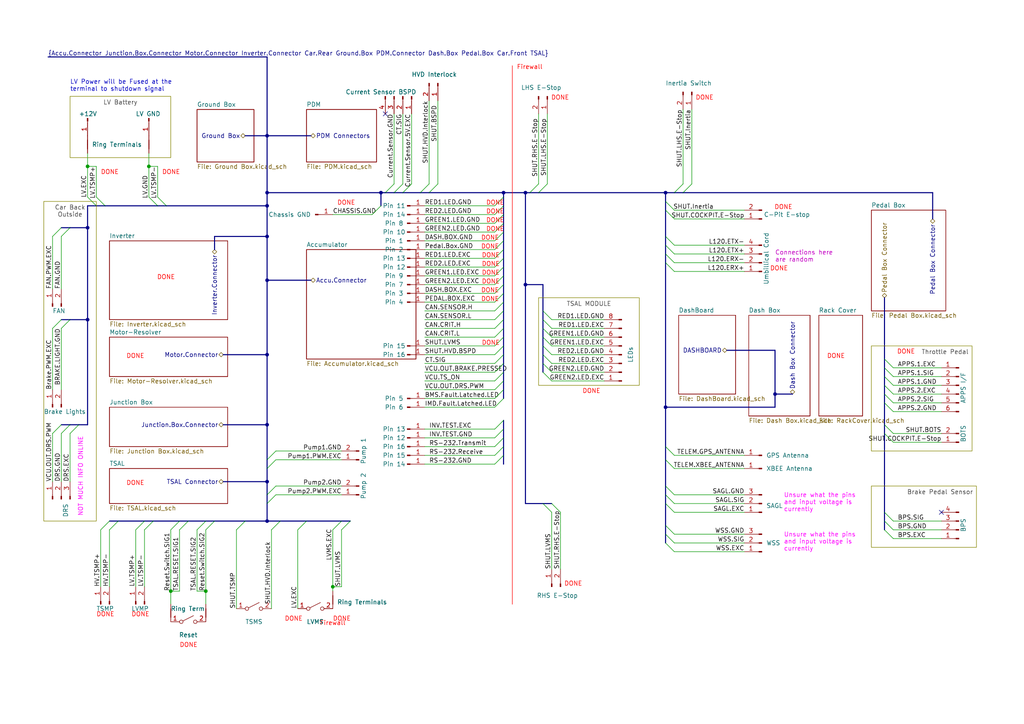
<source format=kicad_sch>
(kicad_sch (version 20230121) (generator eeschema)
  (paper "A4")
  (lib_symbols
    (symbol "Connector:Conn_01x01_Pin" (pin_names (offset 1.016) hide)
      (property "Reference" "J" (at 0 2.54 0))
      (property "Value" "Conn_01x01_Pin" (at 0 -2.54 0))
      (symbol "Conn_01x01_Pin_1_1"
        (pin passive line (at 5.08 0 180) (length 3.81) (name "Pin_1") (number "1"))
      )
    )
    (symbol "Connector:Conn_01x02_Pin" (pin_names (offset 1.016) hide)
      (property "Reference" "J" (at 0 2.54 0))
      (property "Value" "Conn_01x02_Pin" (at 0 -5.08 0))
      (symbol "Conn_01x02_Pin_1_1"
        (pin passive line (at 5.08 0 180) (length 3.81) (name "Pin_1") (number "1"))
        (pin passive line (at 5.08 -2.54 180) (length 3.81) (name "Pin_2") (number "2"))
      )
    )
    (symbol "Connector:Conn_01x03_Pin" (pin_names (offset 1.016) hide)
      (property "Reference" "J" (at 0 5.08 0))
      (property "Value" "Conn_01x03_Pin" (at 0 -5.08 0))
      (symbol "Conn_01x03_Pin_1_1"
        (pin passive line (at 5.08 2.54 180) (length 3.81) (name "Pin_1") (number "1"))
        (pin passive line (at 5.08 0 180) (length 3.81) (name "Pin_2") (number "2"))
        (pin passive line (at 5.08 -2.54 180) (length 3.81) (name "Pin_3") (number "3"))
      )
    )
    (symbol "Connector:Conn_01x04_Pin" (pin_names (offset 1.016) hide)
      (property "Reference" "J" (at 0 5.08 0))
      (property "Value" "Conn_01x04_Pin" (at 0 -7.62 0))
      (symbol "Conn_01x04_Pin_1_1"
        (pin passive line (at 5.08 2.54 180) (length 3.81) (name "Pin_1") (number "1"))
        (pin passive line (at 5.08 0 180) (length 3.81) (name "Pin_2") (number "2"))
        (pin passive line (at 5.08 -2.54 180) (length 3.81) (name "Pin_3") (number "3"))
        (pin passive line (at 5.08 -5.08 180) (length 3.81) (name "Pin_4") (number "4"))
      )
    )
    (symbol "Connector:Conn_01x06_Male" (pin_names (offset 1.016) hide)
      (property "Reference" "J" (at 0 7.62 0))
      (property "Value" "Conn_01x06_Male" (at 0 -10.16 0))
      (symbol "Conn_01x06_Male_1_1"
        (pin passive line (at 5.08 5.08 180) (length 3.81) (name "Pin_1") (number "1"))
        (pin passive line (at 5.08 2.54 180) (length 3.81) (name "Pin_2") (number "2"))
        (pin passive line (at 5.08 0 180) (length 3.81) (name "Pin_3") (number "3"))
        (pin passive line (at 5.08 -2.54 180) (length 3.81) (name "Pin_4") (number "4"))
        (pin passive line (at 5.08 -5.08 180) (length 3.81) (name "Pin_5") (number "5"))
        (pin passive line (at 5.08 -7.62 180) (length 3.81) (name "Pin_6") (number "6"))
      )
    )
    (symbol "Connector:Conn_01x08_Pin" (pin_names (offset 1.016) hide)
      (property "Reference" "J" (at 0 10.16 0))
      (property "Value" "Conn_01x08_Pin" (at 0 -12.7 0))
      (symbol "Conn_01x08_Pin_1_1"
        (pin passive line (at 5.08 7.62 180) (length 3.81) (name "Pin_1") (number "1"))
        (pin passive line (at 5.08 5.08 180) (length 3.81) (name "Pin_2") (number "2"))
        (pin passive line (at 5.08 2.54 180) (length 3.81) (name "Pin_3") (number "3"))
        (pin passive line (at 5.08 0 180) (length 3.81) (name "Pin_4") (number "4"))
        (pin passive line (at 5.08 -2.54 180) (length 3.81) (name "Pin_5") (number "5"))
        (pin passive line (at 5.08 -5.08 180) (length 3.81) (name "Pin_6") (number "6"))
        (pin passive line (at 5.08 -7.62 180) (length 3.81) (name "Pin_7") (number "7"))
        (pin passive line (at 5.08 -10.16 180) (length 3.81) (name "Pin_8") (number "8"))
      )
    )
    (symbol "Device:NetTie_2" (pin_numbers hide) (pin_names (offset 0) hide) (in_bom no)
      (property "Reference" "NT" (at 0 1.27 0))
      (property "Value" "NetTie_2" (at 0 -1.27 0))
      (symbol "NetTie_2_1_1"
        (pin passive line (at -2.54 0 0) (length 2.54) (name "1") (number "1"))
        (pin passive line (at 2.54 0 180) (length 2.54) (name "2") (number "2"))
      )
    )
    (symbol "Switch:SW_SPST" (pin_names (offset 0) hide)
      (property "Reference" "SW" (at 0 3.175 0))
      (property "Value" "SW_SPST" (at 0 -2.54 0))
      (symbol "SW_SPST_1_1"
        (pin passive line (at -5.08 0 0) (length 2.54) (name "A") (number "1"))
        (pin passive line (at 5.08 0 180) (length 2.54) (name "B") (number "2"))
      )
    )
  )
  (bus_alias "Inverter.Connector" (members "Resolver.EXC" "Resolver.Sin+" "Resolver.Sin-" "Resolver.Cos+" "Resolver.Cos-" "Resolver.GND" "Resolver.Shield.GND" "Temp.Sensor.EXC" "Temp.Sensor.GND" "Inv.Fault" "Inv.Close.Precharge" "Inv.Close.Main" "Inv.EXC" "Inv.J2.GND" "CAN.SENSOR.L" "CAN.SENSOR.H" "CAN.CRIT.L" "CAN.CRIT.H" "RS-232.Transmit" "RS-232.Receive" "RS-232.GND" "Inv.Casing.GND" "Motor.Casing.GND" "Current.Sensor.5V.EXC" "Current.Sensor.GND"))
  (bus_alias "Pedal.Box" (members "APPS.1.EXC" "APPS.1.SIG" "APPS.1.GND" "APPS.2.EXC" "APPS.2.SIG" "APPS.2.GND" "SHUT.BOTS" "SHUT.COCKPIT.E-STOP" "BPS.SIG" "BPS.EXC" "BPS.GND" "PEDAL.BOX.EXC" "PEDAL.BOX.GND" "SHUT.BSPD" "BSPD.CT.SIG"))
  (bus_alias "TSAL" (members "TSAL.RESET.SIG1" "TSAL.RESET.SIG2" "TSAL.EXC" "TSAL.GND" "LV.TSAL.EXC" "LV.TSAL.GND" "Green.LED.On.TSAL" "Red.LED.On.TSAL" "HvS.EXC" "HvS.GND" "GREEN1.LED.GND" "GREEN2.LED.GND" "GREEN1.LED.EXC" "GREEN2.LED.EXC" "RED1.LED.GND" "RED2.LED.GND" "RED1.LED.EXC" "RED2.LED.EXC"))
  (bus_alias "DashBoard" (members "DASHBOARD.EXC" "R2D.BUTTON" "DRS.BUTTON" "TS.ON.BUTTON" "DRS.LED" "TS.ON.LED" "BMS.FAULT.LATCHED.LED" "IMD.FAULT.LATCHED.LED" "VC" "R2D.LED"))
  (bus_alias "PDM.Connector" (members "LV.EXC" "LV1.GND" "LV2.GND" "FAN.PWM.EXC" "Pump1.PWM.EXC" "Pump2.PWM.EXC" "Latch.EXC" "Inv.EXC" "IMD.EXC" "DASH.BOX.EXC" "PEDAL.BOX.EXC" "LV.TSAL.EXC" "VCU.OUT.BRAKE.PRESSED" "DRS.EXC" "Brake.PWM.EXC" "Accu.Fans.EXC"))
  (bus_alias "Junction.Box.Internal" (members "Discharge.GND" "Latch.GND" "HV.HV_Sense.XLA+" "HV.HV_Sense.XLA-" "HV.Discharge.XLA+" "HV.Discharge.XLA-" "HV.Discharge.Resistor.In" "HV.TSMP+.Resistor.In" "HV.TSMP-.Resistor.In"))
  (bus_alias "Car.Front" (members "SHUT.RHS.E-Stop" "SHUT.BSPD" "SHUT.BOTS" "SHUT.C-PIT.E-Stop" "SHUT.Inertia" "SHUT.LHS.E-Stop" "Pedal.Box.EXC" "Pedal.Box.GND" "APPS.1.SIG" "APPS.2.SIG" "BPS.SIG" "CT.SIG" "SHUT.HVD.Interlock" "SHUT.LVMS" "DASH.BOX.EXC" "DASH.BOX.GND" "CAN.SENSOR.H" "CAN.SENSOR.L" "CAN.CRIT.H" "CAN.CRIT.L" "APPS.1.SIG" "APPS.2.SIG" "BPS.SIG" "SHUT.STATE.SIG" "L120.ETX-" "L120.ETX+" "L120.ERX-" "L120.ERX+" "SAGL.SIG" "TELEM.GPS_ANTENNA" "TELEM.XBEE_ANTENNA" "SAGL.EXC" "SAGL.GND"))
  (bus_alias "Dash.Box" (members "L120.ETX-" "L120.ETX+" "L120.ERX-" "L120.ERX+" "CAN.SENSORS.L" "CAN.SENSORS.H" "CAN.CRIT.L" "CAN.CRIT.H" "L120.EXC" "L120.GND" "DASH.BOX.EXC" "DASH.BOX.GND" "SHUT.STATE.SIG" "APPS.1.SIG" "APPS.2.SIG" "SAGL.SIG" "BPS.SIG" "VCU.OUT.STATUS" "VCU.OUT.BRAKE.PRESSED" "VCU.TS_ON" "VCU.OUT.DRS.PWM" "VCU.EXC.1" "VCU.EXC.2" "R2D.BUTTON.EXC" "DRS.BUTTON.EXCYS_ON.BUTTON.EXC" "DRS_LED.EXC" "VC_LED.EXC" "R2D.LED.EXC" "VCU.GND.1" "VCU.GND.2" "TELEM.EXC" "TELEM.GND" "SEG.DISPLAY.0" "SEG.DISPLAY.3" "SEG.DISPLAY.4" "SEG.DISPLAY.5" "SEG.DISPLAY.6" "SEG.DISPLAY.7" "SEG.DISPLAY.8" "SEG.DISPLAY.9" "SEG.DISPLAY.1" "SEG.DISPLAY.2" "SEG.DISPLAY.GND" "TELEM.GPS_ANTENNA" "TS.READY" "BMS.Fault.Latched.LED" "IMD.Fault.Latched.LED" "BMS.LED.EXC" "IMD.LED.EXC" "TELEM.XBEE_ANTENNA" "WSS.SIG" ""))
  (bus_alias "Junction.Box.Connector" (members "Pos_AIR.AUX.EXC" "Neg_AIR.AUX.EXC" "Pos_AIR.AUX.GND" "Neg_AIR.AUX.GND" "PCHG_RLY.AUX.EXC" "PCHG_RLY.AUX.GND" "SHUT.Latchching" "SHUT.TSMS" "Latch.EXC" "HVS.EXC" "Junction.Box.GND" "HVS.GND" "IMD.OK" "TSAL.EXC" "TSAL.GND" "BMS.Fault" "BMS.Fault.Latched.LED" "IMD.Fault.Latched.LED" "BMS.Fault.Latched.Status" "IMD.Fault.Latched.Status" "Reset.Switch.SIG1" "Reset.Switch.SIG2" "Precharge.Intended.On" "+AIR.Intended.On" "-AIR.Intended.On" "Green.LED.On.Dash" "Green.LED.On.TSAL" "Red.LED.On.Dash" "Red.LED.On.TSAL" "SHUT.Discharge" "HV.TSMP-" "HV.TSMP+" "HV.Datalogger.FSUK+" "HV.Datalogger.FSUK-"))
  (junction (at 77.47 68.58))
  (junction (at 77.47 102.87))
  (junction (at 77.47 81.28))
  (junction (at 152.4 55.88))
  (junction (at 77.47 59.69))
  (junction (at 110.49 55.88))
  (junction (at 77.47 123.19))
  (junction (at 25.4 92.71))
  (junction (at 49.53 171.45))
  (junction (at 96.52 170.18))
  (junction (at 77.47 39.37))
  (junction (at 77.47 139.7))
  (junction (at 25.4 48.26))
  (junction (at 77.47 55.88))
  (junction (at 25.4 66.04))
  (junction (at 193.04 118.11))
  (junction (at 224.79 114.3))
  (junction (at 59.69 171.45))
  (junction (at 43.18 48.26))
  (junction (at 77.47 151.13))
  (junction (at 152.4 82.55))
  (junction (at 146.05 55.88))
  (junction (at 193.04 55.88))
  (no_connect (at 273.05 148.59))
  (no_connect (at 111.76 33.02))
  (bus_entry (at 17.78 123.19) (size -2.54 2.54))
  (bus_entry (at 146.05 121.92) (size -2.54 2.54))
  (bus_entry (at 88.9 151.13) (size -2.54 2.54))
  (bus_entry (at 193.04 143.51) (size 2.54 2.54))
  (bus_entry (at 153.67 55.88) (size 2.54 -2.54))
  (bus_entry (at 193.04 58.42) (size 2.54 2.54))
  (bus_entry (at 256.54 153.67) (size 2.54 2.54))
  (bus_entry (at 34.29 151.13) (size -2.54 2.54))
  (bus_entry (at 157.48 146.05) (size 2.54 2.54))
  (bus_entry (at 157.48 102.87) (size 2.54 2.54))
  (bus_entry (at 256.54 106.68) (size 2.54 2.54))
  (bus_entry (at 157.48 105.41) (size 2.54 2.54))
  (bus_entry (at 20.32 92.71) (size -2.54 2.54))
  (bus_entry (at 146.05 95.25) (size -2.54 2.54))
  (bus_entry (at 71.12 151.13) (size -2.54 2.54))
  (bus_entry (at 146.05 129.54) (size -2.54 2.54))
  (bus_entry (at 160.02 146.05) (size 2.54 2.54))
  (bus_entry (at 146.05 77.47) (size -2.54 2.54))
  (bus_entry (at 124.46 55.88) (size 2.54 -2.54))
  (bus_entry (at 146.05 87.63) (size -2.54 2.54))
  (bus_entry (at 146.05 85.09) (size -2.54 2.54))
  (bus_entry (at 193.04 154.94) (size 2.54 2.54))
  (bus_entry (at 146.05 74.93) (size -2.54 2.54))
  (bus_entry (at 193.04 73.66) (size 2.54 2.54))
  (bus_entry (at 256.54 111.76) (size 2.54 2.54))
  (bus_entry (at 17.78 66.04) (size -2.54 2.54))
  (bus_entry (at 146.05 59.69) (size -2.54 2.54))
  (bus_entry (at 193.04 152.4) (size 2.54 2.54))
  (bus_entry (at 17.78 92.71) (size -2.54 2.54))
  (bus_entry (at 146.05 69.85) (size -2.54 2.54))
  (bus_entry (at 157.48 107.95) (size 2.54 2.54))
  (bus_entry (at 146.05 102.87) (size -2.54 2.54))
  (bus_entry (at 20.32 66.04) (size -2.54 2.54))
  (bus_entry (at 30.48 59.69) (size -2.54 -2.54))
  (bus_entry (at 193.04 129.54) (size 2.54 2.54))
  (bus_entry (at 146.05 57.15) (size -2.54 2.54))
  (bus_entry (at 256.54 114.3) (size 2.54 2.54))
  (bus_entry (at 193.04 60.96) (size 2.54 2.54))
  (bus_entry (at 157.48 97.79) (size 2.54 2.54))
  (bus_entry (at 77.47 133.35) (size 2.54 -2.54))
  (bus_entry (at 146.05 67.31) (size -2.54 2.54))
  (bus_entry (at 195.58 55.88) (size 2.54 -2.54))
  (bus_entry (at 193.04 146.05) (size 2.54 2.54))
  (bus_entry (at 77.47 143.51) (size 2.54 -2.54))
  (bus_entry (at 22.86 123.19) (size -2.54 2.54))
  (bus_entry (at 143.51 113.03) (size 2.54 -2.54))
  (bus_entry (at 146.05 97.79) (size -2.54 2.54))
  (bus_entry (at 146.05 92.71) (size -2.54 2.54))
  (bus_entry (at 77.47 135.89) (size 2.54 -2.54))
  (bus_entry (at 193.04 76.2) (size 2.54 2.54))
  (bus_entry (at 256.54 116.84) (size 2.54 2.54))
  (bus_entry (at 157.48 95.25) (size 2.54 2.54))
  (bus_entry (at 156.21 55.88) (size 2.54 -2.54))
  (bus_entry (at 62.23 151.13) (size -2.54 2.54))
  (bus_entry (at 146.05 127) (size -2.54 2.54))
  (bus_entry (at 121.92 55.88) (size 2.54 -2.54))
  (bus_entry (at 81.28 151.13) (size -2.54 2.54))
  (bus_entry (at 52.07 151.13) (size -2.54 2.54))
  (bus_entry (at 116.84 55.88) (size 2.54 -2.54))
  (bus_entry (at 146.05 82.55) (size -2.54 2.54))
  (bus_entry (at 77.47 146.05) (size 2.54 -2.54))
  (bus_entry (at 193.04 68.58) (size 2.54 2.54))
  (bus_entry (at 193.04 157.48) (size 2.54 2.54))
  (bus_entry (at 193.04 133.35) (size 2.54 2.54))
  (bus_entry (at 20.32 123.19) (size -2.54 2.54))
  (bus_entry (at 256.54 104.14) (size 2.54 2.54))
  (bus_entry (at 143.51 118.11) (size 2.54 -2.54))
  (bus_entry (at 54.61 151.13) (size -2.54 2.54))
  (bus_entry (at 193.04 140.97) (size 2.54 2.54))
  (bus_entry (at 31.75 151.13) (size -2.54 2.54))
  (bus_entry (at 146.05 132.08) (size -2.54 2.54))
  (bus_entry (at 110.49 59.69) (size -2.54 2.54))
  (bus_entry (at 198.12 55.88) (size 2.54 -2.54))
  (bus_entry (at 45.72 59.69) (size -2.54 -2.54))
  (bus_entry (at 146.05 90.17) (size -2.54 2.54))
  (bus_entry (at 59.69 151.13) (size -2.54 2.54))
  (bus_entry (at 146.05 124.46) (size -2.54 2.54))
  (bus_entry (at 157.48 92.71) (size 2.54 2.54))
  (bus_entry (at 111.76 55.88) (size 2.54 -2.54))
  (bus_entry (at 256.54 148.59) (size 2.54 2.54))
  (bus_entry (at 146.05 72.39) (size -2.54 2.54))
  (bus_entry (at 44.45 151.13) (size -2.54 2.54))
  (bus_entry (at 256.54 123.19) (size 2.54 2.54))
  (bus_entry (at 157.48 90.17) (size 2.54 2.54))
  (bus_entry (at 157.48 100.33) (size 2.54 2.54))
  (bus_entry (at 99.06 151.13) (size -2.54 2.54))
  (bus_entry (at 146.05 80.01) (size -2.54 2.54))
  (bus_entry (at 256.54 109.22) (size 2.54 2.54))
  (bus_entry (at 146.05 62.23) (size -2.54 2.54))
  (bus_entry (at 48.26 59.69) (size -2.54 -2.54))
  (bus_entry (at 27.94 59.69) (size -2.54 -2.54))
  (bus_entry (at 143.51 107.95) (size 2.54 -2.54))
  (bus_entry (at 114.3 55.88) (size 2.54 -2.54))
  (bus_entry (at 146.05 64.77) (size -2.54 2.54))
  (bus_entry (at 143.51 110.49) (size 2.54 -2.54))
  (bus_entry (at 143.51 115.57) (size 2.54 -2.54))
  (bus_entry (at 193.04 71.12) (size 2.54 2.54))
  (bus_entry (at 256.54 125.73) (size 2.54 2.54))
  (bus_entry (at 146.05 100.33) (size -2.54 2.54))
  (bus_entry (at 41.91 151.13) (size -2.54 2.54))
  (bus_entry (at 101.6 151.13) (size -2.54 2.54))
  (bus_entry (at 256.54 151.13) (size 2.54 2.54))
  (bus (pts (xy 146.05 67.31) (xy 146.05 69.85)))
  (bus (pts (xy 20.32 92.71) (xy 25.4 92.71)))
  (bus (pts (xy 146.05 127) (xy 146.05 129.54)))
  (bus (pts (xy 157.48 107.95) (xy 157.48 105.41)))
  (bus (pts (xy 193.04 143.51) (xy 193.04 146.05)))
  (wire (pts (xy 45.72 48.26) (xy 43.18 48.26)))
  (bus (pts (xy 157.48 82.55) (xy 152.4 82.55)))
  (wire (pts (xy 52.07 153.67) (xy 52.07 171.45)))
  (bus (pts (xy 193.04 58.42) (xy 193.04 60.96)))
  (wire (pts (xy 259.08 151.13) (xy 273.05 151.13)))
  (bus (pts (xy 146.05 85.09) (xy 146.05 87.63)))
  (wire (pts (xy 200.66 31.75) (xy 200.66 53.34)))
  (bus (pts (xy 48.26 59.69) (xy 77.47 59.69)))
  (wire (pts (xy 43.18 48.26) (xy 43.18 57.15)))
  (wire (pts (xy 195.58 146.05) (xy 215.9 146.05)))
  (wire (pts (xy 123.19 134.62) (xy 143.51 134.62)))
  (bus (pts (xy 153.67 55.88) (xy 156.21 55.88)))
  (bus (pts (xy 152.4 146.05) (xy 157.48 146.05)))
  (wire (pts (xy 123.19 80.01) (xy 143.51 80.01)))
  (bus (pts (xy 64.77 102.87) (xy 77.47 102.87)))
  (wire (pts (xy 259.08 153.67) (xy 273.05 153.67)))
  (bus (pts (xy 256.54 111.76) (xy 256.54 114.3)))
  (bus (pts (xy 59.69 151.13) (xy 62.23 151.13)))
  (bus (pts (xy 146.05 87.63) (xy 146.05 90.17)))
  (bus (pts (xy 193.04 68.58) (xy 193.04 71.12)))
  (wire (pts (xy 114.3 33.02) (xy 114.3 53.34)))
  (bus (pts (xy 110.49 55.88) (xy 110.49 59.69)))
  (wire (pts (xy 123.19 132.08) (xy 143.51 132.08)))
  (wire (pts (xy 29.21 153.67) (xy 29.21 170.18)))
  (wire (pts (xy 123.19 85.09) (xy 143.51 85.09)))
  (bus (pts (xy 193.04 71.12) (xy 193.04 73.66)))
  (bus (pts (xy 146.05 69.85) (xy 146.05 72.39)))
  (bus (pts (xy 41.91 151.13) (xy 44.45 151.13)))
  (wire (pts (xy 195.58 71.12) (xy 215.9 71.12)))
  (bus (pts (xy 13.97 16.51) (xy 77.47 16.51)))
  (bus (pts (xy 27.94 59.69) (xy 30.48 59.69)))
  (wire (pts (xy 175.26 105.41) (xy 160.02 105.41)))
  (wire (pts (xy 195.58 135.89) (xy 215.9 135.89)))
  (wire (pts (xy 156.21 33.02) (xy 156.21 53.34)))
  (wire (pts (xy 162.56 148.59) (xy 162.56 165.1)))
  (bus (pts (xy 110.49 55.88) (xy 111.76 55.88)))
  (bus (pts (xy 146.05 129.54) (xy 146.05 132.08)))
  (wire (pts (xy 123.19 87.63) (xy 143.51 87.63)))
  (bus (pts (xy 256.54 125.73) (xy 256.54 148.59)))
  (wire (pts (xy 175.26 92.71) (xy 160.02 92.71)))
  (wire (pts (xy 175.26 110.49) (xy 160.02 110.49)))
  (bus (pts (xy 45.72 59.69) (xy 48.26 59.69)))
  (bus (pts (xy 121.92 55.88) (xy 124.46 55.88)))
  (wire (pts (xy 123.19 100.33) (xy 143.51 100.33)))
  (wire (pts (xy 86.36 153.67) (xy 86.36 176.53)))
  (bus (pts (xy 146.05 55.88) (xy 146.05 57.15)))
  (wire (pts (xy 59.69 171.45) (xy 57.15 171.45)))
  (bus (pts (xy 77.47 102.87) (xy 77.47 123.19)))
  (bus (pts (xy 256.54 116.84) (xy 256.54 123.19)))
  (wire (pts (xy 99.06 153.67) (xy 99.06 170.18)))
  (wire (pts (xy 119.38 33.02) (xy 119.38 53.34)))
  (wire (pts (xy 20.32 125.73) (xy 20.32 139.7)))
  (bus (pts (xy 54.61 151.13) (xy 59.69 151.13)))
  (wire (pts (xy 195.58 63.5) (xy 215.9 63.5)))
  (wire (pts (xy 160.02 148.59) (xy 160.02 165.1)))
  (bus (pts (xy 193.04 129.54) (xy 193.04 133.35)))
  (bus (pts (xy 146.05 107.95) (xy 146.05 110.49)))
  (bus (pts (xy 25.4 59.69) (xy 25.4 66.04)))
  (bus (pts (xy 114.3 55.88) (xy 116.84 55.88)))
  (bus (pts (xy 146.05 59.69) (xy 146.05 62.23)))
  (bus (pts (xy 111.76 55.88) (xy 114.3 55.88)))
  (bus (pts (xy 157.48 97.79) (xy 157.48 95.25)))
  (wire (pts (xy 123.19 107.95) (xy 143.51 107.95)))
  (bus (pts (xy 31.75 151.13) (xy 34.29 151.13)))
  (bus (pts (xy 146.05 64.77) (xy 146.05 67.31)))
  (bus (pts (xy 146.05 124.46) (xy 146.05 127)))
  (wire (pts (xy 123.19 95.25) (xy 143.51 95.25)))
  (wire (pts (xy 49.53 153.67) (xy 49.53 171.45)))
  (bus (pts (xy 193.04 140.97) (xy 193.04 143.51)))
  (wire (pts (xy 123.19 118.11) (xy 143.51 118.11)))
  (wire (pts (xy 15.24 95.25) (xy 15.24 113.03)))
  (wire (pts (xy 123.19 110.49) (xy 143.51 110.49)))
  (bus (pts (xy 77.47 143.51) (xy 77.47 146.05)))
  (wire (pts (xy 195.58 78.74) (xy 215.9 78.74)))
  (bus (pts (xy 146.05 90.17) (xy 146.05 92.71)))
  (bus (pts (xy 17.78 92.71) (xy 20.32 92.71)))
  (wire (pts (xy 175.26 95.25) (xy 160.02 95.25)))
  (wire (pts (xy 123.19 105.41) (xy 143.51 105.41)))
  (wire (pts (xy 17.78 68.58) (xy 17.78 83.82)))
  (bus (pts (xy 62.23 68.58) (xy 62.23 72.39)))
  (wire (pts (xy 259.08 106.68) (xy 273.05 106.68)))
  (wire (pts (xy 123.19 77.47) (xy 143.51 77.47)))
  (bus (pts (xy 77.47 68.58) (xy 77.47 81.28)))
  (wire (pts (xy 195.58 148.59) (xy 215.9 148.59)))
  (bus (pts (xy 224.79 114.3) (xy 229.87 114.3)))
  (wire (pts (xy 259.08 119.38) (xy 273.05 119.38)))
  (bus (pts (xy 193.04 60.96) (xy 193.04 68.58)))
  (bus (pts (xy 77.47 151.13) (xy 81.28 151.13)))
  (wire (pts (xy 80.01 130.81) (xy 99.06 130.81)))
  (wire (pts (xy 175.26 100.33) (xy 160.02 100.33)))
  (wire (pts (xy 123.19 97.79) (xy 143.51 97.79)))
  (wire (pts (xy 59.69 175.26) (xy 59.69 171.45)))
  (bus (pts (xy 77.47 139.7) (xy 77.47 143.51)))
  (bus (pts (xy 71.12 151.13) (xy 77.47 151.13)))
  (wire (pts (xy 96.52 170.18) (xy 96.52 171.45)))
  (bus (pts (xy 77.47 59.69) (xy 77.47 68.58)))
  (bus (pts (xy 146.05 97.79) (xy 146.05 100.33)))
  (wire (pts (xy 123.19 102.87) (xy 143.51 102.87)))
  (wire (pts (xy 31.75 153.67) (xy 31.75 170.18)))
  (bus (pts (xy 256.54 109.22) (xy 256.54 111.76)))
  (bus (pts (xy 193.04 152.4) (xy 193.04 154.94)))
  (bus (pts (xy 157.48 92.71) (xy 157.48 90.17)))
  (wire (pts (xy 68.58 153.67) (xy 68.58 176.53)))
  (bus (pts (xy 20.32 123.19) (xy 22.86 123.19)))
  (bus (pts (xy 34.29 151.13) (xy 41.91 151.13)))
  (wire (pts (xy 175.26 102.87) (xy 160.02 102.87)))
  (bus (pts (xy 146.05 62.23) (xy 146.05 64.77)))
  (bus (pts (xy 25.4 59.69) (xy 27.94 59.69)))
  (wire (pts (xy 195.58 160.02) (xy 215.9 160.02)))
  (bus (pts (xy 77.47 81.28) (xy 90.17 81.28)))
  (bus (pts (xy 256.54 123.19) (xy 256.54 125.73)))
  (bus (pts (xy 77.47 55.88) (xy 77.47 59.69)))
  (wire (pts (xy 259.08 116.84) (xy 273.05 116.84)))
  (wire (pts (xy 123.19 74.93) (xy 143.51 74.93)))
  (bus (pts (xy 146.05 105.41) (xy 146.05 107.95)))
  (bus (pts (xy 195.58 55.88) (xy 198.12 55.88)))
  (wire (pts (xy 123.19 62.23) (xy 143.51 62.23)))
  (wire (pts (xy 49.53 171.45) (xy 52.07 171.45)))
  (bus (pts (xy 124.46 55.88) (xy 146.05 55.88)))
  (bus (pts (xy 52.07 151.13) (xy 54.61 151.13)))
  (bus (pts (xy 156.21 55.88) (xy 193.04 55.88)))
  (bus (pts (xy 256.54 104.14) (xy 256.54 106.68)))
  (bus (pts (xy 62.23 151.13) (xy 71.12 151.13)))
  (bus (pts (xy 157.48 100.33) (xy 157.48 97.79)))
  (wire (pts (xy 124.46 29.21) (xy 124.46 53.34)))
  (bus (pts (xy 25.4 92.71) (xy 25.4 123.19)))
  (wire (pts (xy 175.26 97.79) (xy 160.02 97.79)))
  (bus (pts (xy 256.54 148.59) (xy 256.54 151.13)))
  (bus (pts (xy 88.9 151.13) (xy 99.06 151.13)))
  (bus (pts (xy 157.48 146.05) (xy 160.02 146.05)))
  (bus (pts (xy 146.05 77.47) (xy 146.05 80.01)))
  (bus (pts (xy 146.05 95.25) (xy 146.05 97.79)))
  (bus (pts (xy 224.79 118.11) (xy 224.79 114.3)))
  (wire (pts (xy 195.58 132.08) (xy 215.9 132.08)))
  (bus (pts (xy 270.51 55.88) (xy 270.51 63.5)))
  (wire (pts (xy 59.69 153.67) (xy 59.69 171.45)))
  (wire (pts (xy 175.26 107.95) (xy 160.02 107.95)))
  (wire (pts (xy 80.01 133.35) (xy 99.06 133.35)))
  (bus (pts (xy 193.04 118.11) (xy 224.79 118.11)))
  (wire (pts (xy 116.84 33.02) (xy 116.84 53.34)))
  (wire (pts (xy 49.53 175.26) (xy 49.53 171.45)))
  (bus (pts (xy 152.4 55.88) (xy 153.67 55.88)))
  (bus (pts (xy 146.05 100.33) (xy 146.05 102.87)))
  (wire (pts (xy 123.19 67.31) (xy 143.51 67.31)))
  (wire (pts (xy 195.58 154.94) (xy 215.9 154.94)))
  (bus (pts (xy 210.82 101.6) (xy 224.79 101.6)))
  (wire (pts (xy 27.94 48.26) (xy 27.94 57.15)))
  (wire (pts (xy 41.91 153.67) (xy 41.91 170.18)))
  (bus (pts (xy 77.47 68.58) (xy 62.23 68.58)))
  (wire (pts (xy 17.78 95.25) (xy 17.78 113.03)))
  (wire (pts (xy 80.01 143.51) (xy 99.06 143.51)))
  (bus (pts (xy 77.47 55.88) (xy 110.49 55.88)))
  (bus (pts (xy 146.05 102.87) (xy 146.05 105.41)))
  (wire (pts (xy 123.19 72.39) (xy 143.51 72.39)))
  (bus (pts (xy 193.04 133.35) (xy 193.04 140.97)))
  (bus (pts (xy 193.04 73.66) (xy 193.04 76.2)))
  (bus (pts (xy 81.28 151.13) (xy 88.9 151.13)))
  (wire (pts (xy 195.58 143.51) (xy 215.9 143.51)))
  (wire (pts (xy 123.19 64.77) (xy 143.51 64.77)))
  (bus (pts (xy 77.47 123.19) (xy 77.47 133.35)))
  (bus (pts (xy 146.05 110.49) (xy 146.05 113.03)))
  (wire (pts (xy 123.19 113.03) (xy 143.51 113.03)))
  (wire (pts (xy 123.19 59.69) (xy 143.51 59.69)))
  (bus (pts (xy 25.4 123.19) (xy 22.86 123.19)))
  (bus (pts (xy 256.54 151.13) (xy 256.54 153.67)))
  (bus (pts (xy 146.05 121.92) (xy 146.05 124.46)))
  (bus (pts (xy 77.47 135.89) (xy 77.47 139.7)))
  (bus (pts (xy 157.48 90.17) (xy 157.48 82.55)))
  (bus (pts (xy 20.32 66.04) (xy 25.4 66.04)))
  (wire (pts (xy 259.08 156.21) (xy 273.05 156.21)))
  (bus (pts (xy 157.48 105.41) (xy 157.48 102.87)))
  (wire (pts (xy 39.37 153.67) (xy 39.37 170.18)))
  (bus (pts (xy 64.77 139.7) (xy 77.47 139.7)))
  (bus (pts (xy 25.4 66.04) (xy 25.4 92.71)))
  (bus (pts (xy 146.05 74.93) (xy 146.05 77.47)))
  (wire (pts (xy 123.19 82.55) (xy 143.51 82.55)))
  (wire (pts (xy 158.75 33.02) (xy 158.75 53.34)))
  (wire (pts (xy 15.24 125.73) (xy 15.24 139.7)))
  (bus (pts (xy 99.06 151.13) (xy 101.6 151.13)))
  (bus (pts (xy 157.48 102.87) (xy 157.48 100.33)))
  (bus (pts (xy 77.47 123.19) (xy 64.77 123.19)))
  (wire (pts (xy 123.19 69.85) (xy 143.51 69.85)))
  (wire (pts (xy 96.52 62.23) (xy 107.95 62.23)))
  (wire (pts (xy 123.19 115.57) (xy 143.51 115.57)))
  (wire (pts (xy 195.58 76.2) (xy 215.9 76.2)))
  (bus (pts (xy 77.47 133.35) (xy 77.47 135.89)))
  (bus (pts (xy 193.04 146.05) (xy 193.04 152.4)))
  (wire (pts (xy 195.58 157.48) (xy 215.9 157.48)))
  (bus (pts (xy 17.78 123.19) (xy 20.32 123.19)))
  (bus (pts (xy 77.47 16.51) (xy 77.47 39.37)))
  (bus (pts (xy 71.12 39.37) (xy 77.47 39.37)))
  (bus (pts (xy 44.45 151.13) (xy 52.07 151.13)))
  (bus (pts (xy 146.05 113.03) (xy 146.05 115.57)))
  (wire (pts (xy 127 29.21) (xy 127 53.34)))
  (wire (pts (xy 123.19 129.54) (xy 143.51 129.54)))
  (bus (pts (xy 256.54 86.36) (xy 256.54 104.14)))
  (wire (pts (xy 15.24 68.58) (xy 15.24 83.82)))
  (bus (pts (xy 146.05 57.15) (xy 146.05 59.69)))
  (bus (pts (xy 193.04 118.11) (xy 193.04 129.54)))
  (bus (pts (xy 146.05 80.01) (xy 146.05 82.55)))
  (wire (pts (xy 57.15 153.67) (xy 57.15 171.45)))
  (wire (pts (xy 78.74 153.67) (xy 78.74 176.53)))
  (bus (pts (xy 193.04 55.88) (xy 193.04 58.42)))
  (bus (pts (xy 146.05 82.55) (xy 146.05 85.09)))
  (bus (pts (xy 77.47 39.37) (xy 77.47 55.88)))
  (wire (pts (xy 198.12 31.75) (xy 198.12 53.34)))
  (bus (pts (xy 224.79 114.3) (xy 224.79 101.6)))
  (bus (pts (xy 146.05 132.08) (xy 146.05 134.62)))
  (wire (pts (xy 45.72 48.26) (xy 45.72 57.15)))
  (wire (pts (xy 259.08 111.76) (xy 273.05 111.76)))
  (wire (pts (xy 195.58 73.66) (xy 215.9 73.66)))
  (bus (pts (xy 17.78 66.04) (xy 20.32 66.04)))
  (wire (pts (xy 123.19 124.46) (xy 143.51 124.46)))
  (bus (pts (xy 77.47 81.28) (xy 77.47 102.87)))
  (wire (pts (xy 96.52 153.67) (xy 96.52 170.18)))
  (wire (pts (xy 259.08 125.73) (xy 273.05 125.73)))
  (bus (pts (xy 146.05 92.71) (xy 146.05 95.25)))
  (bus (pts (xy 77.47 39.37) (xy 90.17 39.37)))
  (wire (pts (xy 259.08 128.27) (xy 273.05 128.27)))
  (bus (pts (xy 77.47 146.05) (xy 77.47 151.13)))
  (bus (pts (xy 157.48 95.25) (xy 157.48 92.71)))
  (wire (pts (xy 123.19 92.71) (xy 143.51 92.71)))
  (wire (pts (xy 43.18 44.45) (xy 43.18 48.26)))
  (wire (pts (xy 80.01 140.97) (xy 99.06 140.97)))
  (wire (pts (xy 96.52 170.18) (xy 99.06 170.18)))
  (bus (pts (xy 116.84 55.88) (xy 121.92 55.88)))
  (bus (pts (xy 193.04 76.2) (xy 193.04 118.11)))
  (bus (pts (xy 146.05 55.88) (xy 152.4 55.88)))
  (wire (pts (xy 195.58 60.96) (xy 215.9 60.96)))
  (bus (pts (xy 193.04 154.94) (xy 193.04 157.48)))
  (wire (pts (xy 259.08 109.22) (xy 273.05 109.22)))
  (bus (pts (xy 256.54 114.3) (xy 256.54 116.84)))
  (bus (pts (xy 193.04 55.88) (xy 195.58 55.88)))
  (wire (pts (xy 17.78 125.73) (xy 17.78 139.7)))
  (wire (pts (xy 25.4 48.26) (xy 25.4 57.15)))
  (bus (pts (xy 256.54 106.68) (xy 256.54 109.22)))
  (bus (pts (xy 152.4 82.55) (xy 152.4 146.05)))
  (bus (pts (xy 146.05 72.39) (xy 146.05 74.93)))
  (wire (pts (xy 25.4 48.26) (xy 27.94 48.26)))
  (bus (pts (xy 30.48 59.69) (xy 45.72 59.69)))
  (wire (pts (xy 123.19 127) (xy 143.51 127)))
  (wire (pts (xy 25.4 44.45) (xy 25.4 48.26)))
  (wire (pts (xy 123.19 90.17) (xy 143.51 90.17)))
  (bus (pts (xy 270.51 55.88) (xy 198.12 55.88)))
  (wire (pts (xy 259.08 114.3) (xy 273.05 114.3)))
  (bus (pts (xy 152.4 55.88) (xy 152.4 82.55)))
  (rectangle (start 148.59 19.05) (end 148.59 175.26) (stroke (width 0) (color 255 0 0 1)))
  (text_box "LV Battery" (at 20.32 27.94 0) (size 29.21 17.78) (stroke (width 0) (color 132 132 0 1)) (effects (font (size 1.27 1.27)) (justify top)))
  (text_box "TSAL MODULE" (at 156.21 86.36 0) (size 29.21 25.4) (stroke (width 0) (color 132 132 0 1)) (effects (font (size 1.27 1.27)) (justify top)))
  (text_box "Brake Pedal Sensor\n" (at 252.73 140.97 0) (size 30.48 17.78) (stroke (width 0) (color 132 132 0 1)) (effects (font (size 1.27 1.27)) (justify right top)))
  (text_box "Car Back\nOutside" (at 12.7 58.42 0) (size 15.24 92.71) (stroke (width 0) (color 132 132 0 1)) (effects (font (size 1.27 1.27)) (justify top)))
  (text_box "Throttle Pedal" (at 252.73 100.33 0) (size 29.21 30.48) (stroke (width 0) (color 132 132 0 1)) (effects (font (size 1.27 1.27)) (justify right top)))
  (text "DONE" (at 139.7 82.55 0) (effects (font (size 1.27 1.27)) (justify left bottom)))
  (text "DONE" (at 144.78 87.63 0) (effects (font (size 1.27 1.27)) (justify right bottom)))
  (text "DONE" (at 29.21 50.8 0) (effects (font (size 1.27 1.27)) (justify left bottom)))
  (text "DONE" (at 140.97 62.23 0) (effects (font (size 1.27 1.27)) (justify left bottom)))
  (text "DONE" (at 27.94 179.07 0) (effects (font (size 1.27 1.27)) (justify left bottom)))
  (text "DONE" (at 139.7 74.93 0) (effects (font (size 1.27 1.27)) (justify left bottom)))
  (text "DONE" (at 139.7 77.47 0) (effects (font (size 1.27 1.27)) (justify left bottom)))
  (text "Unsure what the pins\nand input voltage is\ncurrently" (at 227.33 160.02 0) (effects (font (size 1.27 1.27)) (justify left bottom)))
  (text "DONE" (at 97.79 59.69 0) (effects (font (size 1.27 1.27)) (justify left bottom)))
  (text "DONE" (at 139.7 100.33 0) (effects (font (size 1.27 1.27)) (justify left bottom)))
  (text "DONE" (at 144.78 72.39 0) (effects (font (size 1.27 1.27)) (justify right bottom)))
  (text "DONE" (at 46.99 50.8 0) (effects (font (size 1.27 1.27)) (justify left bottom)))
  (text "DONE" (at 144.78 85.09 0) (effects (font (size 1.27 1.27)) (justify right bottom)))
  (text "DONE" (at 41.91 140.97 0) (effects (font (size 1.27 1.27)) (justify right bottom)))
  (text "Firewall\n" (at 149.86 20.32 0) (effects (font (size 1.27 1.27)) (justify left bottom)))
  (text "DONE" (at 38.1 179.07 0) (effects (font (size 1.27 1.27)) (justify left bottom)))
  (text "DONE" (at 140.97 64.77 0) (effects (font (size 1.27 1.27)) (justify left bottom)))
  (text "DONE" (at 228.6 78.74 0) (effects (font (size 1.27 1.27)) (justify right bottom)))
  (text "DONE" (at 168.91 114.3 0) (effects (font (size 1.27 1.27)) (justify left bottom)))
  (text "DONE" (at 207.01 29.21 0) (effects (font (size 1.27 1.27)) (justify right bottom)))
  (text "DONE" (at 52.07 187.96 0) (effects (font (size 1.27 1.27)) (justify left bottom)))
  (text "DONE" (at 139.7 80.01 0) (effects (font (size 1.27 1.27)) (justify left bottom)))
  (text "DONE" (at 50.8 81.28 0) (effects (font (size 1.27 1.27)) (justify right bottom)))
  (text "NOT MUCH INFO ONLINE" (at 24.13 149.86 90) (effects (font (size 1.27 1.27)) (justify left bottom)))
  (text "Firewall\n" (at 92.71 181.61 0) (effects (font (size 1.27 1.27)) (justify left bottom)))
  (text "DONE" (at 265.43 102.87 0) (effects (font (size 1.27 1.27)) (justify right bottom)))
  (text "DONE" (at 245.11 104.14 0) (effects (font (size 1.27 1.27)) (justify right bottom)))
  (text "DONE" (at 41.91 104.14 0) (effects (font (size 1.27 1.27)) (justify right bottom)))
  (text "DONE" (at 140.97 67.31 0) (effects (font (size 1.27 1.27)) (justify left bottom)))
  (text "Connections here\nare random" (at 224.79 76.2 0) (effects (font (size 1.27 1.27)) (justify left bottom)))
  (text "DONE" (at 82.55 180.34 0) (effects (font (size 1.27 1.27)) (justify left bottom)))
  (text "DONE" (at 144.78 69.85 0) (effects (font (size 1.27 1.27)) (justify right bottom)))
  (text "LV Power will be Fused at the\nterminal to shutdown signal" (at 20.32 26.67 0) (effects (font (size 1.27 1.27)) (justify left bottom)))
  (text "DONE" (at 229.87 60.96 0) (effects (font (size 1.27 1.27)) (justify right bottom)))
  (text "DONE" (at 165.1 29.21 0) (effects (font (size 1.27 1.27)) (justify right bottom)))
  (text "DONE" (at 96.52 180.34 0) (effects (font (size 1.27 1.27)) (justify left bottom)))
  (text "Unsure what the pins\nand input voltage is\ncurrently" (at 227.33 148.59 0) (effects (font (size 1.27 1.27)) (justify left bottom)))
  (text "DONE" (at 168.91 170.18 0) (effects (font (size 1.27 1.27)) (justify right bottom)))
  (text "DONE" (at 140.97 59.69 0) (effects (font (size 1.27 1.27)) (justify left bottom)))
  (label "CHASSIS.GND" (at 96.52 62.23 0))
  (label "TELEM.GPS_ANTENNA" (at 215.9 132.08 180))
  (label "RED1.LED.GND" (at 175.26 92.71 180))
  (label "L120.ERX-" (at 215.9 76.2 180))
  (label "WSS.GND" (at 215.9 154.94 180))
  (label "Current.Sensor.GND" (at 114.3 33.02 270))
  (label "LV.TSMP+" (at 27.94 48.26 270))
  (label "DRS.EXC" (at 20.32 139.7 90))
  (label "CAN.SENSOR.H" (at 123.19 90.17 0))
  (label "SAGL.SIG" (at 215.9 146.05 180))
  (label "Reset.Switch.SIG2" (at 59.69 171.45 90))
  (label "SHUT.LVMS" (at 99.06 170.18 90))
  (label "VCU.OUT.DRS.PWM" (at 123.19 113.03 0))
  (label "Pump1.PWM.EXC" (at 99.06 133.35 180))
  (label "HV.TSMP-" (at 31.75 170.18 90))
  (label "SHUT.BSPD" (at 127 30.48 270))
  (label "Pump1.GND" (at 99.06 130.81 180))
  (label "APPS.1.SIG" (at 260.35 109.22 0))
  (label "LV.TSMP+" (at 39.37 170.18 90))
  (label "SHUT.COCKPIT.E-Stop" (at 273.05 128.27 180))
  (label "SHUT.Inertia" (at 207.01 60.96 180))
  (label "LV.GND" (at 43.18 50.8 270))
  (label "RED1.LED.EXC" (at 175.26 95.25 180))
  (label "CT.SIG" (at 123.19 105.41 0))
  (label "SHUT.LHS.E-Stop" (at 158.75 34.29 270))
  (label "SHUT.HVD.Interlock" (at 124.46 29.21 270))
  (label "INV.TEST.EXC" (at 124.46 124.46 0))
  (label "GREEN1.LED.EXC" (at 123.19 80.01 0))
  (label "L120.ERX+" (at 215.9 78.74 180))
  (label "RED2.LED.EXC" (at 123.19 77.47 0))
  (label "GREEN1.LED.GND" (at 123.19 64.77 0))
  (label "GREEN2.LED.GND" (at 123.19 67.31 0))
  (label "{Accu.Connector Junction.Box.Connector Motor.Connector Inverter.Connector Car.Rear Ground.Box PDM.Connector Dash.Box Pedal.Box Car.Front TSAL}" (at 13.97 16.51 0))
  (label "Pedal.Box.GND" (at 123.19 72.39 0))
  (label "RED2.LED.EXC" (at 175.26 105.41 180))
  (label "TSAL.RESET.SIG2" (at 57.15 171.45 90))
  (label "SAGL.EXC" (at 215.9 148.59 180))
  (label "CAN.SENSOR.L" (at 123.19 92.71 0))
  (label "FAN.PWM.EXC" (at 15.24 83.82 90))
  (label "CT.SIG" (at 116.84 33.02 270))
  (label "RED1.LED.GND" (at 123.19 59.69 0))
  (label "APPS.2.GND" (at 260.35 119.38 0))
  (label "IMD.Fault.Latched.LED" (at 123.19 118.11 0))
  (label "Pump2.GND" (at 99.06 140.97 180))
  (label "WSS.SIG" (at 215.9 157.48 180))
  (label "BPS.SIG" (at 260.35 151.13 0))
  (label "SHUT.COCKPIT.E-Stop" (at 215.9 63.5 180))
  (label "BPS.GND" (at 260.35 153.67 0))
  (label "LV.EXC" (at 25.4 50.8 270))
  (label "LV.TSMP-" (at 45.72 48.26 270))
  (label "DASH.BOX.GND" (at 123.19 69.85 0))
  (label "CAN.CRIT.L" (at 123.19 97.79 0))
  (label "RS-232.GND" (at 124.46 134.62 0))
  (label "L120.ETX+" (at 215.9 73.66 180))
  (label "SHUT.TSMP" (at 68.58 176.53 90))
  (label "LV.EXC" (at 86.36 176.53 90))
  (label "CAN.CRIT.H" (at 123.19 95.25 0))
  (label "SHUT.BOTS" (at 273.05 125.73 180))
  (label "APPS.1.EXC" (at 260.35 106.68 0))
  (label "RED1.LED.EXC" (at 123.19 74.93 0))
  (label "APPS.2.EXC" (at 260.35 114.3 0))
  (label "SHUT.RHS.E-Stop" (at 162.56 165.1 90))
  (label "RS-232.Receive" (at 124.46 132.08 0))
  (label "Pump2.PWM.EXC" (at 99.06 143.51 180))
  (label "PEDAL.BOX.EXC" (at 123.19 87.63 0))
  (label "GREEN1.LED.GND" (at 175.26 97.79 180))
  (label "Reset.Switch.SIG1" (at 49.53 171.45 90))
  (label "SHUT.RHS.E-Stop" (at 156.21 34.29 270))
  (label "VCU.OUT.BRAKE.PRESSED" (at 123.19 107.95 0))
  (label "RED2.LED.GND" (at 123.19 62.23 0))
  (label "VCU.TS_ON" (at 123.19 110.49 0))
  (label "GREEN2.LED.EXC" (at 123.19 82.55 0))
  (label "Current.Sensor.5V.EXC" (at 119.38 33.02 270))
  (label "SHUT.HVD.Interlock" (at 78.74 175.26 90))
  (label "WSS.EXC" (at 215.9 160.02 180))
  (label "SHUT.LHS.E-Stop" (at 198.12 31.75 270))
  (label "SAGL.GND" (at 215.9 143.51 180))
  (label "DASH.BOX.EXC" (at 123.19 85.09 0))
  (label "TELEM.XBEE_ANTENNA" (at 215.9 135.89 180))
  (label "FAN.GND" (at 17.78 83.82 90))
  (label "DRS.GND" (at 17.78 139.7 90))
  (label "GREEN2.LED.EXC" (at 175.26 110.49 180))
  (label "RED2.LED.GND" (at 175.26 102.87 180))
  (label "SHUT.Inertia" (at 200.66 31.75 270))
  (label "BPS.EXC" (at 260.35 156.21 0))
  (label "APPS.1.GND" (at 260.35 111.76 0))
  (label "SHUT.LVMS" (at 123.19 100.33 0))
  (label "BRAKE.LIGHT.GND" (at 17.78 111.76 90))
  (label "L120.ETX-" (at 215.9 71.12 180))
  (label "INV.TEST.GND" (at 124.46 127 0))
  (label "HV.TSMP+" (at 29.21 170.18 90))
  (label "SHUT.LVMS" (at 160.02 165.1 90))
  (label "APPS.2.SIG" (at 260.35 116.84 0))
  (label "VCU.OUT.DRS.PWM" (at 15.24 139.7 90))
  (label "LVMS.EXC" (at 96.52 162.56 90))
  (label "GREEN1.LED.EXC" (at 175.26 100.33 180))
  (label "RS-232.Transmit" (at 124.46 129.54 0))
  (label "Brake.PWM.EXC" (at 15.24 113.03 90))
  (label "TSAL.RESET.SIG1" (at 52.07 171.45 90))
  (label "GREEN2.LED.GND" (at 175.26 107.95 180))
  (label "SHUT.HVD.BSPD" (at 123.19 102.87 0))
  (label "BMS.Fault.Latched.LED" (at 123.19 115.57 0))
  (label "LV.TSMP-" (at 41.91 170.18 90))
  (hierarchical_label "Pedal Box Connector" (shape bidirectional) (at 256.54 86.36 90))
  (hierarchical_label "Accu.Connector" (shape bidirectional) (at 90.17 81.28 0))
  (hierarchical_label "Pedal Box Connector" (shape bidirectional) (at 270.51 63.5 270))
  (hierarchical_label "PDM Connectors" (shape bidirectional) (at 90.17 39.37 0))
  (hierarchical_label "Inverter.Connector" (shape bidirectional) (at 62.23 72.39 270))
  (hierarchical_label "Junction.Box.Connector" (shape bidirectional) (at 64.77 123.19 180))
  (hierarchical_label "Dash Box Connector" (shape bidirectional) (at 229.87 114.3 90))
  (hierarchical_label "DASHBOARD" (shape bidirectional) (at 210.82 101.6 180))
  (hierarchical_label "TSAL Connector" (shape bidirectional) (at 64.77 139.7 180))
  (hierarchical_label "Motor.Connector" (shape bidirectional) (at 64.77 102.87 180))
  (hierarchical_label "Ground Box" (shape bidirectional) (at 71.12 39.37 180))
  (symbol (lib_id "Connector:Conn_01x01_Pin") (at 118.11 134.62 0) (unit 1)
    (property "Reference" "J202" (effects hide))
    (property "Value" "Pin 14" (at 114.3 134.62 0))
  )
  (symbol (lib_id "Connector:Conn_01x01_Pin") (at 118.11 72.39 0) (unit 1)
    (property "Reference" "J191" (effects hide))
    (property "Value" "Pin 2" (at 114.3 72.39 0))
  )
  (symbol (lib_id "Connector:Conn_01x01_Pin") (at 118.11 67.31 0) (unit 1)
    (property "Reference" "J189" (effects hide))
    (property "Value" "Pin 10" (at 114.3 67.31 0))
  )
  (symbol (lib_id "Connector:Conn_01x02_Pin") (at 29.21 175.26 90) (unit 1)
    (property "Reference" "J47" (effects hide))
    (property "Value" "TSMP" (at 27.94 176.53 90) (effects (justify right)))
  )
  (symbol (lib_id "Switch:SW_SPST") (at 91.44 176.53 0) (unit 1)
    (property "Reference" "SW2" (effects hide))
    (property "Value" "LVMS" (at 91.44 180.34 0))
  )
  (symbol (lib_id "Connector:Conn_01x01_Pin") (at 118.11 127 0) (unit 1)
    (property "Reference" "J199" (effects hide))
    (property "Value" "Pin 12" (at 114.3 127 0))
  )
  (symbol (lib_id "Connector:Conn_01x01_Pin") (at 118.11 100.33 0) (unit 1)
    (property "Reference" "J194" (effects hide))
    (property "Value" "Pin 15" (at 114.3 100.33 0))
  )
  (symbol (lib_id "Connector:Conn_01x01_Pin") (at 118.11 77.47 0) (unit 1)
    (property "Reference" "J185" (effects hide))
    (property "Value" "Pin 12" (at 114.3 77.47 0))
  )
  (symbol (lib_id "Connector:Conn_01x01_Pin") (at 118.11 64.77 0) (unit 1)
    (property "Reference" "J188" (effects hide))
    (property "Value" "Pin 8" (at 114.3 64.77 0))
  )
  (symbol (lib_id "Connector:Conn_01x01_Pin") (at 118.11 87.63 0) (unit 1)
    (property "Reference" "J180" (effects hide))
    (property "Value" "Pin 4" (at 114.3 87.63 0))
  )
  (symbol (lib_id "Connector:Conn_01x02_Pin") (at 200.66 26.67 270) (unit 1)
    (property "Reference" "J57" (effects hide))
    (property "Value" "Inertia Switch" (at 193.04 24.13 90) (effects (justify left)))
  )
  (symbol (lib_id "Connector:Conn_01x03_Pin") (at 17.78 144.78 90) (unit 1)
    (property "Reference" "J68" (effects hide))
    (property "Value" "DRS" (at 19.05 146.05 0) (effects (justify right)))
  )
  (symbol (lib_id "Connector:Conn_01x02_Pin") (at 104.14 133.35 180) (unit 1)
    (property "Reference" "J48" (effects hide))
    (property "Value" "Pump 1" (at 105.41 134.62 90) (effects (justify right)))
  )
  (symbol (lib_id "Connector:Conn_01x02_Pin") (at 220.98 63.5 180) (unit 1)
    (property "Reference" "J58" (effects hide))
    (property "Value" "C-Pit E-stop" (at 234.95 62.23 0) (effects (justify left)))
  )
  (symbol (lib_id "Switch:SW_SPST") (at 54.61 180.34 0) (unit 1)
    (property "Reference" "SW3" (effects hide))
    (property "Value" "Reset" (at 54.61 184.15 0))
  )
  (symbol (lib_id "Connector:Conn_01x02_Pin") (at 104.14 143.51 180) (unit 1)
    (property "Reference" "J49" (effects hide))
    (property "Value" "Pump 2" (at 105.41 144.78 90) (effects (justify right)))
  )
  (symbol (lib_id "Connector:Conn_01x04_Pin") (at 278.13 153.67 180) (unit 1)
    (property "Reference" "J131" (effects hide))
    (property "Value" "BPS" (at 279.4 154.305 90) (effects (justify right)))
  )
  (symbol (lib_id "Connector:Conn_01x03_Pin") (at 220.98 146.05 180) (unit 1)
    (property "Reference" "J85" (effects hide))
    (property "Value" "SAGL" (at 222.25 146.685 0) (effects (justify right)))
  )
  (symbol (lib_id "Connector:Conn_01x01_Pin") (at 118.11 82.55 0) (unit 1)
    (property "Reference" "J187" (effects hide))
    (property "Value" "Pin 7" (at 114.3 82.55 0))
  )
  (symbol (lib_id "Connector:Conn_01x01_Pin") (at 118.11 62.23 0) (unit 1)
    (property "Reference" "J182" (effects hide))
    (property "Value" "Pin 14" (at 114.3 62.23 0))
  )
  (symbol (lib_id "Connector:Conn_01x04_Pin") (at 220.98 76.2 180) (unit 1)
    (property "Reference" "J61" (effects hide))
    (property "Value" "Umbillical Cord" (at 222.25 82.55 90) (effects (justify right)))
  )
  (symbol (lib_id "Connector:Conn_01x01_Pin") (at 91.44 62.23 0) (unit 1)
    (property "Reference" "J86" (effects hide))
    (property "Value" "Chassis GND" (at 90.17 62.23 0) (effects (justify right)))
  )
  (symbol (lib_id "Connector:Conn_01x01_Pin") (at 118.11 69.85 0) (unit 1)
    (property "Reference" "J190" (effects hide))
    (property "Value" "Pin 1" (at 114.3 69.85 0))
  )
  (symbol (lib_id "Connector:Conn_01x02_Pin") (at 160.02 170.18 90) (unit 1)
    (property "Reference" "J56" (effects hide))
    (property "Value" "RHS E-Stop" (at 167.64 172.72 90) (effects (justify left)))
  )
  (symbol (lib_id "Connector:Conn_01x01_Pin") (at 118.11 115.57 0) (unit 1)
    (property "Reference" "J192" (effects hide))
    (property "Value" "Pin 5" (at 114.3 115.57 0))
  )
  (symbol (lib_id "Connector:Conn_01x02_Pin") (at 15.24 118.11 90) (unit 1)
    (property "Reference" "J67" (effects hide))
    (property "Value" "Brake Lights" (at 12.7 119.38 90) (effects (justify right)))
  )
  (symbol (lib_id "Connector:Conn_01x01_Pin") (at 220.98 132.08 180) (unit 1)
    (property "Reference" "J62" (effects hide))
    (property "Value" "GPS Antenna" (at 222.25 132.08 0) (effects (justify right)))
  )
  (symbol (lib_id "Connector:Conn_01x01_Pin") (at 118.11 124.46 0) (unit 1)
    (property "Reference" "J198" (effects hide))
    (property "Value" "Pin 13" (at 114.3 124.46 0))
  )
  (symbol (lib_id "Switch:SW_SPST") (at 73.66 176.53 0) (unit 1)
    (property "Reference" "SW1" (effects hide))
    (property "Value" "TSMS" (at 73.66 180.34 0))
  )
  (symbol (lib_id "Connector:Conn_01x01_Pin") (at 118.11 85.09 0) (unit 1)
    (property "Reference" "J181" (effects hide))
    (property "Value" "Pin 3" (at 114.3 85.09 0))
  )
  (symbol (lib_id "Device:NetTie_2") (at 25.4 41.91 90) (unit 1) (in_bom no)
    (property "Reference" "NT4" (effects hide))
    (property "Value" "Ring Terminals" (at 26.67 41.91 90) (effects (justify right)))
  )
  (symbol (lib_id "Device:NetTie_2") (at 59.69 177.8 270) (unit 1) (in_bom no)
    (property "Reference" "NT10" (effects hide))
    (property "Value" "NetTie_2" (effects hide))
  )
  (symbol (lib_id "Device:NetTie_2") (at 43.18 41.91 90) (unit 1) (in_bom no)
    (property "Reference" "NT5" (effects hide))
    (property "Value" "NetTie_2" (effects hide))
  )
  (symbol (lib_id "Device:NetTie_2") (at 49.53 177.8 270) (unit 1) (in_bom no)
    (property "Reference" "NT9" (effects hide))
    (property "Value" "Ring Term" (at 49.53 176.53 90) (effects (justify left)))
  )
  (symbol (lib_id "Connector:Conn_01x06_Male") (at 278.13 111.76 0) (mirror y) (unit 1)
    (property "Reference" "J129" (effects hide))
    (property "Value" "APPS I/F" (at 279.4 107.95 90) (effects (justify right)))
  )
  (symbol (lib_id "Connector:Conn_01x01_Pin") (at 118.11 59.69 0) (unit 1)
    (property "Reference" "J183" (effects hide))
    (property "Value" "Pin 11" (at 114.3 59.69 0))
  )
  (symbol (lib_id "Connector:Conn_01x01_Pin") (at 25.4 34.29 270) (unit 1)
    (property "Reference" "J42" (effects hide))
    (property "Value" "+12V" (at 22.86 33.02 90) (effects (justify left)))
  )
  (symbol (lib_id "Device:NetTie_2") (at 96.52 173.99 90) (unit 1) (in_bom no)
    (property "Reference" "NT6" (effects hide))
    (property "Value" "Ring Terminals" (at 97.79 174.625 90) (effects (justify right)))
  )
  (symbol (lib_id "Connector:Conn_01x02_Pin") (at 15.24 88.9 90) (unit 1)
    (property "Reference" "J74" (effects hide))
    (property "Value" "FAN" (at 15.24 90.17 90) (effects (justify right)))
  )
  (symbol (lib_id "Connector:Conn_01x02_Pin") (at 278.13 128.27 180) (unit 1)
    (property "Reference" "J130" (effects hide))
    (property "Value" "BOTS" (at 279.4 128.27 90) (effects (justify right)))
  )
  (symbol (lib_id "Connector:Conn_01x01_Pin") (at 118.11 74.93 0) (unit 1)
    (property "Reference" "J184" (effects hide))
    (property "Value" "Pin 13" (at 114.3 74.93 0))
  )
  (symbol (lib_id "Connector:Conn_01x01_Pin") (at 118.11 102.87 0) (unit 1)
    (property "Reference" "J195" (effects hide))
    (property "Value" "Pin 16" (at 114.3 102.87 0))
  )
  (symbol (lib_id "Connector:Conn_01x01_Pin") (at 118.11 132.08 0) (unit 1)
    (property "Reference" "J201" (effects hide))
    (property "Value" "Pin 15" (at 114.3 132.08 0))
  )
  (symbol (lib_id "Connector:Conn_01x01_Pin") (at 118.11 80.01 0) (unit 1)
    (property "Reference" "J186" (effects hide))
    (property "Value" "Pin 9" (at 114.3 80.01 0))
  )
  (symbol (lib_id "Connector:Conn_01x08_Pin") (at 180.34 102.87 180) (unit 1)
    (property "Reference" "J73" (effects hide))
    (property "Value" "LEDs" (at 182.88 102.87 90))
  )
  (symbol (lib_id "Connector:Conn_01x01_Pin") (at 43.18 34.29 270) (unit 1)
    (property "Reference" "LV_GND" (effects hide))
    (property "Value" "LV GND" (at 39.37 33.02 90) (effects (justify left)))
  )
  (symbol (lib_id "Connector:Conn_01x04_Pin") (at 116.84 27.94 270) (unit 1)
    (property "Reference" "J59" (effects hide))
    (property "Value" "Current Sensor BSPD" (at 110.49 26.67 90))
  )
  (symbol (lib_id "Connector:Conn_01x02_Pin") (at 39.37 175.26 90) (unit 1)
    (property "Reference" "J46" (effects hide))
    (property "Value" "LVMP" (at 38.1 176.53 90) (effects (justify right)))
  )
  (symbol (lib_id "Connector:Conn_01x01_Pin") (at 220.98 135.89 180) (unit 1)
    (property "Reference" "J84" (effects hide))
    (property "Value" "XBEE Antenna" (at 222.25 135.89 0) (effects (justify right)))
  )
  (symbol (lib_id "Connector:Conn_01x02_Pin") (at 158.75 27.94 270) (unit 1)
    (property "Reference" "J55" (effects hide))
    (property "Value" "LHS E-Stop" (at 151.13 25.4 90) (effects (justify left)))
  )
  (symbol (lib_id "Connector:Conn_01x01_Pin") (at 118.11 129.54 0) (unit 1)
    (property "Reference" "J200" (effects hide))
    (property "Value" "Pin 16" (at 114.3 129.54 0))
  )
  (symbol (lib_id "Connector:Conn_01x02_Pin") (at 127 24.13 270) (unit 1)
    (property "Reference" "J50" (effects hide))
    (property "Value" "HVD Interlock" (at 119.38 21.59 90) (effects (justify left)))
  )
  (symbol (lib_id "Connector:Conn_01x01_Pin") (at 118.11 118.11 0) (unit 1)
    (property "Reference" "J193" (effects hide))
    (property "Value" "Pin 6" (at 114.3 118.11 0))
  )
  (symbol (lib_id "Connector:Conn_01x03_Pin") (at 220.98 157.48 180) (unit 1)
    (property "Reference" "J87" (effects hide))
    (property "Value" "WSS" (at 222.25 157.48 0) (effects (justify right)))
  )
  (sheet (at 196.85 91.44) (size 16.51 22.86) (stroke (width 0.1524))
    (property "Sheetname" "DashBoard" (at 196.85 90.7284 0) (effects (justify left bottom)))
    (property "Sheetfile" "DashBoard.kicad_sch" (at 196.85 114.8846 0) (effects (justify left top)))
  )
  (sheet (at 237.49 91.44) (size 12.7 29.21) (stroke (width 0.1524))
    (property "Sheetname" "Rack Cover" (at 237.49 90.7284 0) (effects (justify left bottom)))
    (property "Sheetfile" "RackCover.kicad_sch" (at 237.49 121.2346 0) (effects (justify left top)))
  )
  (sheet (at 252.73 60.96) (size 21.59 29.21) (stroke (width 0.1524))
    (property "Sheetname" "Pedal Box" (at 252.73 60.2484 0) (effects (justify left bottom)))
    (property "Sheetfile" "Pedal Box.kicad_sch" (at 252.73 90.7546 0) (effects (justify left top)))
  )
  (sheet (at 31.75 135.89) (size 34.29 10.16) (stroke (width 0.1524))
    (property "Sheetname" "TSAL" (at 31.75 135.1784 0) (effects (justify left bottom)))
    (property "Sheetfile" "TSAL.kicad_sch" (at 31.75 146.6346 0) (effects (justify left top)))
  )
  (sheet (at 88.9 72.39) (size 31.75 31.75) (stroke (width 0.1524))
    (property "Sheetname" "Accumulator" (at 88.9 71.6784 0) (effects (justify left bottom)))
    (property "Sheetfile" "Accumulator.kicad_sch" (at 88.9 104.7246 0) (effects (justify left top)))
  )
  (sheet (at 217.17 91.44) (size 17.78 29.21) (stroke (width 0.1524))
    (property "Sheetname" "Dash Box" (at 217.17 90.7284 0) (effects (justify left bottom)))
    (property "Sheetfile" "Dash Box.kicad_sch" (at 217.17 121.2346 0) (effects (justify left top)))
  )
  (sheet (at 31.75 97.79) (size 34.29 11.43) (stroke (width 0.1524))
    (property "Sheetname" "Motor-Resolver" (at 31.75 97.0784 0) (effects (justify left bottom)))
    (property "Sheetfile" "Motor-Resolver.kicad_sch" (at 31.75 109.8046 0) (effects (justify left top)))
  )
  (sheet (at 57.15 31.75) (size 16.51 15.24) (stroke (width 0.1524))
    (property "Sheetname" "Ground Box" (at 57.15 31.0384 0) (effects (justify left bottom)))
    (property "Sheetfile" "Ground Box.kicad_sch" (at 57.15 47.5746 0) (effects (justify left top)))
  )
  (sheet (at 88.9 31.75) (size 20.32 15.24) (stroke (width 0.1524))
    (property "Sheetname" "PDM" (at 88.9 31.0384 0) (effects (justify left bottom)))
    (property "Sheetfile" "PDM.kicad_sch" (at 88.9 47.5746 0) (effects (justify left top)))
  )
  (sheet (at 31.75 118.11) (size 34.29 11.43) (stroke (width 0.1524))
    (property "Sheetname" "Junction Box" (at 31.75 117.3984 0) (effects (justify left bottom)))
    (property "Sheetfile" "Junction Box.kicad_sch" (at 31.75 130.1246 0) (effects (justify left top)))
  )
  (sheet (at 31.75 69.85) (size 34.29 22.86) (stroke (width 0.1524))
    (property "Sheetname" "Inverter" (at 31.75 69.1384 0) (effects (justify left bottom)))
    (property "Sheetfile" "Inverter.kicad_sch" (at 31.75 93.2946 0) (effects (justify left top)))
  )
)
</source>
